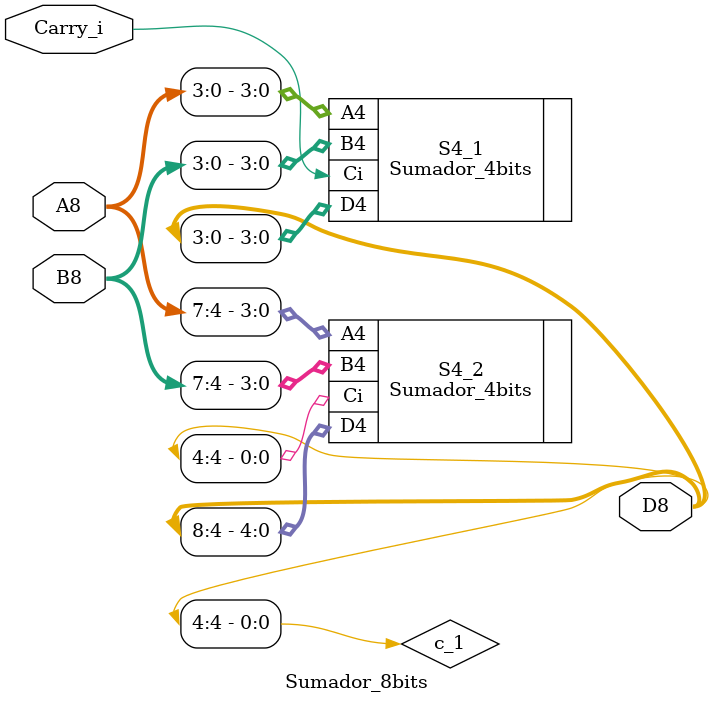
<source format=v>
`timescale 1ns/1ns
module Sumador_8bits(
    input [7:0]A8,
    input [7:0]B8,
    input Carry_i,
    output [8:0]D8 
    
    );

wire c_1; 
assign c_1=D8[4];

Sumador_4bits S4_1(
    .A4(A8[3:0]),
    .B4(B8[3:0]),
    .Ci(Carry_i),
    .D4(D8[3:0])
    
    );

Sumador_4bits S4_2(
    .A4(A8[7:4]),
    .B4(B8[7:4]),
    .Ci(c_1),
    .D4(D8[8:4])
    
    );





endmodule

</source>
